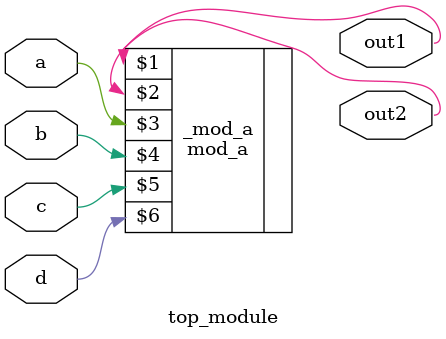
<source format=v>
module top_module ( 
    input a, 
    input b, 
    input c,
    input d,
    output out1,
    output out2
);
    
    mod_a _mod_a(out1,out2,a,b,c,d);

endmodule

</source>
